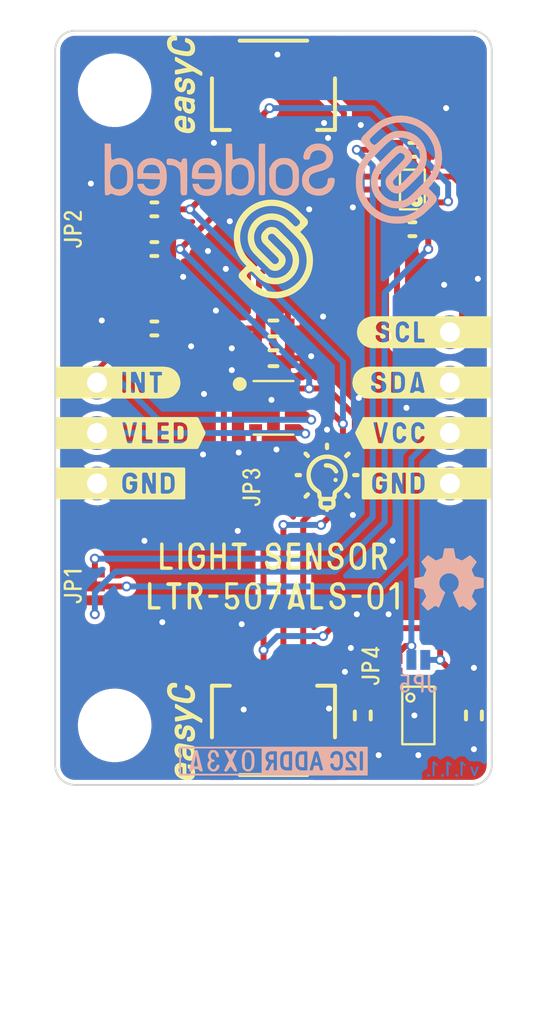
<source format=kicad_pcb>
(kicad_pcb (version 20210623) (generator pcbnew)
  (layers (0 "F.Cu" signal) (31 "B.Cu" signal) (34 "B.Paste" user) (35 "F.Paste" user) (36 "B.SilkS" user "B.Silkscreen") (37 "F.SilkS" user "F.Silkscreen") (38 "B.Mask" user) (39 "F.Mask" user) (44 "Edge.Cuts" user))
  (net 0 "")
  (net 1 "GND")
  (net 2 "3V3")
  (net 3 "Net-(C3-Pad2)")
  (net 4 "SCL_PULL5")
  (net 5 "5V")
  (net 6 "SDA_PULL5")
  (net 7 "SCL_PULL3,3")
  (net 8 "SDA_PULL3,3")
  (net 9 "SEL")
  (net 10 "VLED")
  (net 11 "INT")
  (net 12 "SCL3,3")
  (net 13 "SDA3,3")
  (net 14 "SDA5")
  (net 15 "SCL5")
  (footprint "e-radionica.com footprinti:0603C" (layer "F.Cu") (at 105.5 146.5 90)
    (fp_text reference "C3")
    (fp_text value "2.2uF")
    (pad "1" smd rect locked (at -0.73 0 90) (size 0.66 1) (layers "F.Cu" "F.Paste" "F.Mask") (net 1 "GND"))
    (pad "2" smd rect locked (at 0.73 0 90) (size 0.66 1) (layers "F.Cu" "F.Paste" "F.Mask") (net 3 "Net-(C3-Pad2)"))
  )
  (footprint "e-radionica.com footprinti:easyC-connector" (layer "F.Cu") (at 101 146.7 180)
    (fp_text reference "K4")
    (fp_text value "easyC-SMD")
    (pad "1" smd rect locked (at -1.5 2.15 180) (size 0.6 1.55) (layers "F.Cu" "F.Paste" "F.Mask") (net 12 "SCL3,3"))
    (pad "2" smd rect locked (at -0.5 2.15 180) (size 0.6 1.55) (layers "F.Cu" "F.Paste" "F.Mask") (net 13 "SDA3,3"))
    (pad "3" smd rect locked (at 0.5 2.15 180) (size 0.6 1.55) (layers "F.Cu" "F.Paste" "F.Mask") (net 2 "3V3"))
    (pad "4" smd rect locked (at 1.5 2.15 180) (size 0.6 1.55) (layers "F.Cu" "F.Paste" "F.Mask") (net 1 "GND"))
    (pad "5" smd rect locked (at -2.6 -2.15 180) (size 1.2 1.8) (layers "F.Cu" "F.Paste" "F.Mask") (net 1 "GND"))
    (pad "5" smd rect locked (at 2.6 -2.15 180) (size 1.2 1.8) (layers "F.Cu" "F.Paste" "F.Mask") (net 1 "GND"))
  )
  (footprint "Soldered Graphics:Logo-Back-OSH-3.5mm" (layer "F.Cu") (at 109.85 139.65)
    (fp_text reference "G***" hide)
    (fp_text value "LOGO" hide)
  )
  (footprint "e-radionica.com footprinti:0603C" (layer "F.Cu") (at 101 128.5 180)
    (fp_text reference "C2")
    (fp_text value "100n")
    (pad "1" smd rect locked (at -0.73 0 180) (size 0.66 1) (layers "F.Cu" "F.Paste" "F.Mask") (net 1 "GND"))
    (pad "2" smd rect locked (at 0.73 0 180) (size 0.66 1) (layers "F.Cu" "F.Paste" "F.Mask") (net 2 "3V3"))
  )
  (footprint "e-radionica.com footprinti:0603C" (layer "F.Cu") (at 111.1 146.5 90)
    (fp_text reference "C4")
    (fp_text value "2.2uF")
    (pad "1" smd rect locked (at -0.73 0 90) (size 0.66 1) (layers "F.Cu" "F.Paste" "F.Mask") (net 1 "GND"))
    (pad "2" smd rect locked (at 0.73 0 90) (size 0.66 1) (layers "F.Cu" "F.Paste" "F.Mask") (net 2 "3V3"))
  )
  (footprint "e-radionica.com footprinti:SMD_JUMPER_3_PAD_TRACE" (layer "F.Cu") (at 92 140 -90)
    (fp_text reference "JP1")
    (fp_text value "SMD_JUMPER_3_PAD_TRACE")
    (fp_poly (pts (xy -0.25 0.05) (xy -0.45 0.05) (xy -0.45 -0.05) (xy -0.25 -0.05)) (layer "F.Cu") (width 0.1) (fill solid))
    (fp_poly (pts (xy 0.45 0.05) (xy 0.25 0.05) (xy 0.25 -0.05) (xy 0.45 -0.05)) (layer "F.Cu") (width 0.1) (fill solid))
    (pad "1" smd rect (at -0.7 0 90) (size 0.5 1) (layers "F.Cu" "F.Mask") (net 4 "SCL_PULL5"))
    (pad "2" smd custom (at 0 0 90) (size 0.5 1) (layers "F.Cu" "F.Mask") (net 5 "5V") (options (clearance outline) (anchor rect)) (primitives))
    (pad "3" smd rect (at 0.7 0 90) (size 0.5 1) (layers "F.Cu" "F.Mask") (net 6 "SDA_PULL5"))
  )
  (footprint "Soldered Graphics:Logo-Front-easyC-5mm" (layer "F.Cu") (at 96.5 114.7 90)
    (fp_text reference "G***" hide)
    (fp_text value "LOGO" hide)
  )
  (footprint "Soldered Graphics:Logo-Back-SolderedFULL-17mm" (layer "F.Cu") (at 101 119)
    (fp_text reference "REF**" hide)
    (fp_text value "Logo-Front-SolderedFULL-17mm" hide)
  )
  (footprint "e-radionica.com footprinti:FIDUCIAL_23" (layer "F.Cu") (at 109.8 113.9)
    (fp_text reference "FD1")
    (fp_text value "FIDUCIAL")
    (fp_circle (center 0 0) (end 1 0) (layer "F.Cu") (width 0.2) (fill none))
    (pad "1" smd circle (at 0 0) (size 1 1) (layers "F.Cu" "F.Paste" "F.Mask") (clearance 1.1))
  )
  (footprint "buzzardLabel" (layer "F.Cu") (at 101 138.5)
    (fp_text reference "" (at 0 0) (layer "F.SilkS") (effects (font (size 1.27 1.27))))
    (fp_text value "" (at 0 0) (layer "F.SilkS") (effects (font (size 1.27 1.27))))
  )
  (footprint "e-radionica.com footprinti:HOLE_3.2mm" (layer "F.Cu") (at 93 115)
    (fp_text reference "H2" hide)
    (fp_text value "HOLE_3.2mm" hide)
    (pad "" np_thru_hole circle locked (at 0 0) (size 3.2 3.2) (drill 3.2) (layers F&B.Cu *.Mask))
  )
  (footprint "buzzardLabel" (layer "F.Cu") (at 112.4 129.73)
    (fp_text reference "" (at 0 0) (layer "F.SilkS") (effects (font (size 1.27 1.27))))
    (fp_text value "" (at 0 0) (layer "F.SilkS") (effects (font (size 1.27 1.27))))
  )
  (footprint "buzzardLabel" (layer "F.Cu") (at 112.4 132.27)
    (fp_text reference "" (at 0 0) (layer "F.SilkS") (effects (font (size 1.27 1.27))))
    (fp_text value "" (at 0 0) (layer "F.SilkS") (effects (font (size 1.27 1.27))))
  )
  (footprint "e-radionica.com footprinti:LTR-507ALS-01" (layer "F.Cu") (at 101 131)
    (fp_text reference "U2")
    (fp_text value "LTR-507ALS-01")
    (pad "1" smd rect (at -0.9 -0.975) (size 0.65 0.3) (layers "F.Cu" "F.Paste" "F.Mask") (net 2 "3V3"))
    (pad "2" smd rect (at -0.9 -0.325) (size 0.65 0.3) (layers "F.Cu" "F.Paste" "F.Mask") (net 1 "GND"))
    (pad "3" smd rect (at -0.9 0.325) (size 0.65 0.3) (layers "F.Cu" "F.Paste" "F.Mask") (net 1 "GND"))
    (pad "4" smd rect (at -0.9 0.975) (size 0.65 0.3) (layers "F.Cu" "F.Paste" "F.Mask") (net 9 "SEL"))
    (pad "5" smd rect (at 0.9 0.975) (size 0.65 0.3) (layers "F.Cu" "F.Paste" "F.Mask") (net 10 "VLED"))
    (pad "6" smd rect (at 0.9 0.325) (size 0.65 0.3) (layers "F.Cu" "F.Paste" "F.Mask") (net 11 "INT"))
    (pad "7" smd rect (at 0.9 -0.325) (size 0.65 0.3) (layers "F.Cu" "F.Paste" "F.Mask") (net 12 "SCL3,3"))
    (pad "8" smd rect (at 0.9 -0.975) (size 0.65 0.3) (layers "F.Cu" "F.Paste" "F.Mask") (net 13 "SDA3,3"))
  )
  (footprint "buzzardLabel" (layer "F.Cu") (at 101 140.5)
    (fp_text reference "" (at 0 0) (layer "F.SilkS") (effects (font (size 1.27 1.27))))
    (fp_text value "" (at 0 0) (layer "F.SilkS") (effects (font (size 1.27 1.27))))
  )
  (footprint "Soldered Graphics:Logo-Front-Soldered-5mm" (layer "F.Cu") (at 101 123)
    (fp_text reference "G***" hide)
    (fp_text value "LOGO" hide)
  )
  (footprint "e-radionica.com footprinti:0603R" (layer "F.Cu") (at 95 121 180)
    (fp_text reference "R4")
    (fp_text value "10k")
    (pad "1" smd rect locked (at -0.775 0 270) (size 1 0.64) (layers "F.Cu" "F.Paste" "F.Mask") (net 12 "SCL3,3"))
    (pad "2" smd rect locked (at 0.775 0 270) (size 1 0.64) (layers "F.Cu" "F.Paste" "F.Mask") (net 7 "SCL_PULL3,3"))
  )
  (footprint "e-radionica.com footprinti:0603R" (layer "F.Cu") (at 108 118)
    (fp_text reference "R2")
    (fp_text value "10k")
    (pad "1" smd rect locked (at -0.775 0 90) (size 1 0.64) (layers "F.Cu" "F.Paste" "F.Mask") (net 4 "SCL_PULL5"))
    (pad "2" smd rect locked (at 0.775 0 90) (size 1 0.64) (layers "F.Cu" "F.Paste" "F.Mask") (net 15 "SCL5"))
  )
  (footprint "e-radionica.com footprinti:SMD-JUMPER-CONNECTED_TRACE_SLODERMASK" (layer "F.Cu") (at 107 144 90)
    (fp_text reference "JP4")
    (fp_text value "SMD-JUMPER-CONNECTED_TRACE_SLODERMASK")
    (fp_poly (pts (xy 0.1 0.1) (xy -0.1 0.1) (xy -0.1 -0.1) (xy 0.1 -0.1)) (layer "F.Cu") (width 0.1) (fill solid))
    (pad "1" smd rect (at -0.35 0 90) (size 0.5 1) (layers "F.Cu" "F.Mask") (net 3 "Net-(C3-Pad2)"))
    (pad "2" smd rect (at 0.35 0 90) (size 0.5 1) (layers "F.Cu" "F.Mask") (net 5 "5V"))
  )
  (footprint "buzzardLabel" (layer "F.Cu") (at 112.4 134.81)
    (fp_text reference "" (at 0 0) (layer "F.SilkS") (effects (font (size 1.27 1.27))))
    (fp_text value "" (at 0 0) (layer "F.SilkS") (effects (font (size 1.27 1.27))))
  )
  (footprint "e-radionica.com footprinti:SMD_JUMPER_3_PAD_CONNECTED_RIGHT" (layer "F.Cu") (at 101 135 90)
    (fp_text reference "JP3")
    (fp_text value "JUMPER_3_RIGHT")
    (pad "1" smd rect (at -0.7 0 270) (size 0.5 1) (layers "F.Cu" "F.Mask") (net 2 "3V3"))
    (pad "2" smd rect (at 0 0 270) (size 0.5 1) (layers "F.Cu" "F.Paste" "F.Mask") (net 9 "SEL"))
    (pad "3" smd rect (at 0.7 0 270) (size 0.5 1) (layers "F.Cu" "F.Paste" "F.Mask") (net 1 "GND"))
  )
  (footprint "buzzardLabel" (layer "F.Cu") (at 112.4 127.19)
    (fp_text reference "" (at 0 0) (layer "F.SilkS") (effects (font (size 1.27 1.27))))
    (fp_text value "" (at 0 0) (layer "F.SilkS") (effects (font (size 1.27 1.27))))
  )
  (footprint "e-radionica.com footprinti:0603C" (layer "F.Cu") (at 101 127 180)
    (fp_text reference "C1")
    (fp_text value "4u7")
    (pad "1" smd rect locked (at -0.73 0 180) (size 0.66 1) (layers "F.Cu" "F.Paste" "F.Mask") (net 1 "GND"))
    (pad "2" smd rect locked (at 0.73 0 180) (size 0.66 1) (layers "F.Cu" "F.Paste" "F.Mask") (net 2 "3V3"))
  )
  (footprint "e-radionica.com footprinti:SOT-23-5" (layer "F.Cu") (at 108.3 146.5)
    (fp_text reference "U3")
    (fp_text value "SE5218")
    (pad "1" smd rect (at -1.3 -0.95) (size 1.1 0.6) (layers "F.Cu" "F.Paste" "F.Mask") (net 3 "Net-(C3-Pad2)"))
    (pad "2" smd rect (at -1.3 0) (size 1.1 0.6) (layers "F.Cu" "F.Paste" "F.Mask") (net 1 "GND"))
    (pad "3" smd rect (at -1.3 0.95) (size 1.1 0.6) (layers "F.Cu" "F.Paste" "F.Mask") (net 3 "Net-(C3-Pad2)"))
    (pad "4" smd rect (at 1.3 0.95) (size 1.1 0.6) (layers "F.Cu" "F.Paste" "F.Mask"))
    (pad "5" smd rect (at 1.3 -0.95) (size 1.1 0.6) (layers "F.Cu" "F.Paste" "F.Mask") (net 2 "3V3"))
  )
  (footprint "buzzardLabel" (layer "F.Cu") (at 89.6 129.73)
    (fp_text reference "" (at 0 0) (layer "F.SilkS") (effects (font (size 1.27 1.27))))
    (fp_text value "" (at 0 0) (layer "F.SilkS") (effects (font (size 1.27 1.27))))
  )
  (footprint "e-radionica.com footprinti:SMD_JUMPER_3_PAD_TRACE" (layer "F.Cu") (at 92 122 -90)
    (fp_text reference "JP2")
    (fp_text value "SMD_JUMPER_3_PAD_TRACE")
    (fp_poly (pts (xy -0.25 0.05) (xy -0.45 0.05) (xy -0.45 -0.05) (xy -0.25 -0.05)) (layer "F.Cu") (width 0.1) (fill solid))
    (fp_poly (pts (xy 0.45 0.05) (xy 0.25 0.05) (xy 0.25 -0.05) (xy 0.45 -0.05)) (layer "F.Cu") (width 0.1) (fill solid))
    (pad "1" smd rect (at -0.7 0 90) (size 0.5 1) (layers "F.Cu" "F.Mask") (net 7 "SCL_PULL3,3"))
    (pad "2" smd custom (at 0 0 90) (size 0.5 1) (layers "F.Cu" "F.Mask") (net 2 "3V3") (options (clearance outline) (anchor rect)) (primitives))
    (pad "3" smd rect (at 0.7 0 90) (size 0.5 1) (layers "F.Cu" "F.Mask") (net 8 "SDA_PULL3,3"))
  )
  (footprint "buzzardLabel" (layer "F.Cu") (at 89.6 134.81)
    (fp_text reference "" (at 0 0) (layer "F.SilkS") (effects (font (size 1.27 1.27))))
    (fp_text value "" (at 0 0) (layer "F.SilkS") (effects (font (size 1.27 1.27))))
  )
  (footprint "e-radionica.com footprinti:0603R" (layer "F.Cu") (at 108 122)
    (fp_text reference "R3")
    (fp_text value "10k")
    (pad "1" smd rect locked (at -0.775 0 90) (size 1 0.64) (layers "F.Cu" "F.Paste" "F.Mask") (net 14 "SDA5"))
    (pad "2" smd rect locked (at 0.775 0 90) (size 1 0.64) (layers "F.Cu" "F.Paste" "F.Mask") (net 6 "SDA_PULL5"))
  )
  (footprint "Soldered Graphics:Logo-Front-easyC-5mm" (layer "F.Cu") (at 96.5 147.3 90)
    (fp_text reference "G***" hide)
    (fp_text value "LOGO" hide)
  )
  (footprint "e-radionica.com footprinti:0603R" (layer "F.Cu") (at 95 127 180)
    (fp_text reference "R5")
    (fp_text value "10k")
    (pad "1" smd rect locked (at -0.775 0 270) (size 1 0.64) (layers "F.Cu" "F.Paste" "F.Mask") (net 2 "3V3"))
    (pad "2" smd rect locked (at 0.775 0 270) (size 1 0.64) (layers "F.Cu" "F.Paste" "F.Mask") (net 11 "INT"))
  )
  (footprint "buzzardLabel" (layer "F.Cu") (at 89.6 132.27)
    (fp_text reference "" (at 0 0) (layer "F.SilkS") (effects (font (size 1.27 1.27))))
    (fp_text value "" (at 0 0) (layer "F.SilkS") (effects (font (size 1.27 1.27))))
  )
  (footprint "buzzardLabel" (layer "F.Cu") (at 99.9 135 90)
    (fp_text reference "" (at 0 0 90) (layer "F.SilkS") (effects (font (size 1.27 1.27))))
    (fp_text value "" (at 0 0 90) (layer "F.SilkS") (effects (font (size 1.27 1.27))))
  )
  (footprint "e-radionica.com footprinti:0603R" (layer "F.Cu") (at 95 123)
    (fp_text reference "R1")
    (fp_text value "10k")
    (pad "1" smd rect locked (at -0.775 0 90) (size 1 0.64) (layers "F.Cu" "F.Paste" "F.Mask") (net 8 "SDA_PULL3,3"))
    (pad "2" smd rect locked (at 0.775 0 90) (size 1 0.64) (layers "F.Cu" "F.Paste" "F.Mask") (net 13 "SDA3,3"))
  )
  (footprint "Soldered Graphics:Symbol-Front-Light" (layer "F.Cu") (at 103.7 134.5)
    (fp_text reference "G***" hide)
    (fp_text value "LOGO" hide)
  )
  (footprint "buzzardLabel" (layer "F.Cu") (at 90.9 140 90)
    (fp_text reference "" (at 0 0 90) (layer "F.SilkS") (effects (font (size 1.27 1.27))))
    (fp_text value "" (at 0 0 90) (layer "F.SilkS") (effects (font (size 1.27 1.27))))
  )
  (footprint "buzzardLabel" (layer "F.Cu") (at 105.9 144 90)
    (fp_text reference "" (at 0 0 90) (layer "F.SilkS") (effects (font (size 1.27 1.27))))
    (fp_text value "" (at 0 0 90) (layer "F.SilkS") (effects (font (size 1.27 1.27))))
  )
  (footprint "buzzardLabel" (layer "F.Cu") (at 90.9 122 90)
    (fp_text reference "" (at 0 0 90) (layer "F.SilkS") (effects (font (size 1.27 1.27))))
    (fp_text value "" (at 0 0 90) (layer "F.SilkS") (effects (font (size 1.27 1.27))))
  )
  (footprint "e-radionica.com footprinti:easyC-connector" (layer "F.Cu") (at 101 115.3)
    (fp_text reference "K2")
    (fp_text value "easyC-SMD")
    (pad "1" smd rect locked (at -1.5 2.15) (size 0.6 1.55) (layers "F.Cu" "F.Paste" "F.Mask") (net 12 "SCL3,3"))
    (pad "2" smd rect locked (at -0.5 2.15) (size 0.6 1.55) (layers "F.Cu" "F.Paste" "F.Mask") (net 13 "SDA3,3"))
    (pad "3" smd rect locked (at 0.5 2.15) (size 0.6 1.55) (layers "F.Cu" "F.Paste" "F.Mask") (net 2 "3V3"))
    (pad "4" smd rect locked (at 1.5 2.15) (size 0.6 1.55) (layers "F.Cu" "F.Paste" "F.Mask") (net 1 "GND"))
    (pad "5" smd rect locked (at -2.6 -2.15) (size 1.2 1.8) (layers "F.Cu" "F.Paste" "F.Mask") (net 1 "GND"))
    (pad "5" smd rect locked (at 2.6 -2.15) (size 1.2 1.8) (layers "F.Cu" "F.Paste" "F.Mask") (net 1 "GND"))
  )
  (footprint "e-radionica.com footprinti:SOT-363" (layer "F.Cu") (at 108 120 180)
    (fp_text reference "U1")
    (fp_text value "NMOS-DUAL")
    (pad "1" smd rect (at -0.92 -0.65 270) (size 0.3 0.66) (layers "F.Cu" "F.Paste" "F.Mask") (net 13 "SDA3,3"))
    (pad "2" smd rect (at -0.92 0 270) (size 0.3 0.66) (layers "F.Cu" "F.Paste" "F.Mask") (net 2 "3V3"))
    (pad "3" smd rect (at -0.92 0.65 270) (size 0.3 0.66) (layers "F.Cu" "F.Paste" "F.Mask") (net 15 "SCL5"))
    (pad "4" smd rect (at 0.92 0.65 270) (size 0.3 0.66) (layers "F.Cu" "F.Paste" "F.Mask") (net 12 "SCL3,3"))
    (pad "5" smd rect (at 0.92 0 270) (size 0.3 0.66) (layers "F.Cu" "F.Paste" "F.Mask") (net 2 "3V3"))
    (pad "6" smd rect (at 0.92 -0.65 270) (size 0.3 0.66) (layers "F.Cu" "F.Paste" "F.Mask") (net 14 "SDA5"))
  )
  (footprint "e-radionica.com footprinti:HOLE_3.2mm" (layer "F.Cu") (at 93 147)
    (fp_text reference "H1" hide)
    (fp_text value "HOLE_3.2mm" hide)
    (pad "" np_thru_hole circle locked (at 0 0) (size 3.2 3.2) (drill 3.2) (layers F&B.Cu *.Mask))
  )
  (footprint "e-radionica.com footprinti:SMD_JUMPER" (layer "B.Cu") (at 108.3 143.7)
    (fp_text reference "JP5")
    (fp_text value "SMD_JUMPER")
    (pad "1" smd rect (at -0.35 0) (size 0.5 1) (layers "B.Cu" "B.Mask") (net 5 "5V"))
    (pad "2" smd rect (at 0.35 0) (size 0.5 1) (layers "B.Cu" "B.Mask") (net 2 "3V3"))
  )
  (footprint "Soldered Graphics:Version1.1.1." (layer "B.Cu") (at 110 149.2 180)
    (fp_text reference "REF**" hide)
    (fp_text value "Version1.1.1." hide)
    (fp_poly (pts (xy -0.5 -0.35) (xy -0.44 -0.35) (xy -0.43 -0.31) (xy -0.43 0.35) (xy -0.46 0.38) (xy -0.52 0.38) (xy -0.55 0.34) (xy -0.67 0.22) (xy -0.68 0.17) (xy -0.65 0.16) (xy -0.56 0.22) (xy -0.52 0.23) (xy -0.52 -0.31) (xy -0.5 -0.35)) (layer "B.Cu") (width 0.01) (fill solid))
    (fp_poly (pts (xy 0.91 -0.35) (xy 0.96 -0.35) (xy 0.98 -0.31) (xy 0.98 0.35) (xy 0.95 0.38) (xy 0.89 0.38) (xy 0.86 0.34) (xy 0.74 0.22) (xy 0.73 0.17) (xy 0.76 0.16) (xy 0.85 0.22) (xy 0.89 0.23) (xy 0.89 -0.31) (xy 0.91 -0.35)) (layer "B.Cu") (width 0.01) (fill solid))
    (fp_poly (pts (xy -0.27 -0.38) (xy -0.22 -0.38) (xy -0.17 -0.37) (xy -0.16 -0.33) (xy -0.16 -0.27) (xy -0.21 -0.26) (xy -0.26 -0.26) (xy -0.29 -0.29) (xy -0.29 -0.34) (xy -0.27 -0.38)) (layer "B.Cu") (width 0.01) (fill solid))
    (fp_poly (pts (xy 0.43 -0.38) (xy 0.48 -0.38) (xy 0.54 -0.37) (xy 0.54 -0.33) (xy 0.54 -0.27) (xy 0.5 -0.26) (xy 0.45 -0.26) (xy 0.42 -0.29) (xy 0.42 -0.34) (xy 0.43 -0.38)) (layer "B.Cu") (width 0.01) (fill solid))
    (fp_poly (pts (xy 1.14 -0.38) (xy 1.19 -0.38) (xy 1.24 -0.37) (xy 1.25 -0.33) (xy 1.25 -0.27) (xy 1.2 -0.26) (xy 1.15 -0.26) (xy 1.12 -0.29) (xy 1.12 -0.34) (xy 1.14 -0.38)) (layer "B.Cu") (width 0.01) (fill solid))
    (fp_poly (pts (xy -1.15 -0.35) (xy -1.1 -0.35) (xy -1.07 -0.31) (xy -0.92 0.1) (xy -0.94 0.13) (xy -0.99 0.13) (xy -1.02 0.1) (xy -1.11 -0.16) (xy -1.13 -0.21) (xy -1.15 -0.17) (xy -1.24 0.09) (xy -1.26 0.13) (xy -1.32 0.13) (xy -1.34 0.1) (xy -1.18 -0.31) (xy -1.15 -0.35)) (layer "B.Cu") (width 0.01) (fill solid))
    (fp_poly (pts (xy 0.21 -0.35) (xy 0.26 -0.35) (xy 0.28 -0.31) (xy 0.28 0.35) (xy 0.24 0.38) (xy 0.19 0.38) (xy 0.15 0.34) (xy 0.04 0.22) (xy 0.02 0.17) (xy 0.05 0.16) (xy 0.14 0.22) (xy 0.18 0.23) (xy 0.18 -0.31) (xy 0.21 -0.35)) (layer "B.Cu") (width 0.01) (fill solid))
  )
  (footprint "e-radionica.com footprinti:HEADER_MALE_4X1" (layer "B.Cu") (at 109.89 131 90)
    (fp_text reference "K3")
    (fp_text value "HEADER_MALE_4X1")
    (pad "1" thru_hole circle locked (at -3.81 0 90) (size 1.7 1.7) (drill 1) (layers *.Cu *.Mask) (net 1 "GND"))
    (pad "2" thru_hole circle locked (at -1.27 0 90) (size 1.7 1.7) (drill 1) (layers *.Cu *.Mask) (net 5 "5V"))
    (pad "3" thru_hole circle locked (at 1.27 0 90) (size 1.7 1.7) (drill 1) (layers *.Cu *.Mask) (net 14 "SDA5"))
    (pad "4" thru_hole circle locked (at 3.81 0 90) (size 1.7 1.7) (drill 1) (layers *.Cu *.Mask) (net 15 "SCL5"))
  )
  (footprint "e-radionica.com footprinti:HEADER_MALE_3X1" (layer "B.Cu") (at 92.11 132.27 90)
    (fp_text reference "K1")
    (fp_text value "HEADER_MALE_3X1")
    (pad "1" thru_hole circle locked (at -2.54 0 90) (size 1.7 1.7) (drill 1) (layers *.Cu *.Mask) (net 1 "GND"))
    (pad "2" thru_hole circle locked (at 0 0 90) (size 1.7 1.7) (drill 1) (layers *.Cu *.Mask) (net 10 "VLED"))
    (pad "3" thru_hole circle locked (at 2.54 0 90) (size 1.7 1.7) (drill 1) (layers *.Cu *.Mask) (net 11 "INT"))
  )
  (footprint "buzzardLabel" (layer "B.Cu") (at 108.3 144.9 180)
    (fp_text reference "" (at 0 0) (layer "B.SilkS") (effects (font (size 1.27 1.27)) (justify mirror)))
    (fp_text value "" (at 0 0) (layer "B.SilkS") (effects (font (size 1.27 1.27)) (justify mirror)))
  )
  (footprint "Soldered Graphics:Symbol-Front-I2C-ADDR-Field" (layer "B.Cu") (at 101 148.8 180)
    (fp_text reference "REF**" hide)
    (fp_text value "Symbol-Front-I2C-ADDR-Field" hide)
  )
  (footprint "buzzardLabel" (layer "B.Cu") (at 98.4 148.8 180)
    (fp_text reference "" (at 0 0) (layer "B.SilkS") (effects (font (size 1.27 1.27)) (justify mirror)))
    (fp_text value "" (at 0 0) (layer "B.SilkS") (effects (font (size 1.27 1.27)) (justify mirror)))
  )
  (gr_line (start 112 113) (end 112 149) (layer "Edge.Cuts") (width 0.1))
  (gr_arc (start 111 113) (end 111 112) (angle 90) (layer "Edge.Cuts") (width 0.1))
  (gr_line (start 90 149) (end 90 113) (layer "Edge.Cuts") (width 0.1))
  (gr_line (start 91 112) (end 111 112) (layer "Edge.Cuts") (width 0.1))
  (gr_arc (start 91 113) (end 91 112) (angle -90) (layer "Edge.Cuts") (width 0.1))
  (gr_line (start 111 150) (end 91 150) (layer "Edge.Cuts") (width 0.1))
  (gr_arc (start 111 149) (end 111 150) (angle -90) (layer "Edge.Cuts") (width 0.1))
  (gr_arc (start 91 149) (end 91 150) (angle 90) (layer "Edge.Cuts") (width 0.1))
  (via (at 99.25 133.25) (size 0.5) (drill 0.3) (layers "F.Cu" "B.Cu") (net 1))
  (via (at 100.9 130.6) (size 0.5) (drill 0.3) (layers "F.Cu" "B.Cu") (net 1))
  (via (at 108.3 148.5) (size 0.5) (drill 0.3) (layers "F.Cu" "B.Cu") (net 1))
  (via (at 103.8 146.15) (size 0.5) (drill 0.3) (layers "F.Cu" "B.Cu") (net 1))
  (via (at 109.7 115.9) (size 0.5) (drill 0.3) (layers "F.Cu" "B.Cu") (net 1))
  (via (at 103.7 132.1) (size 0.5) (drill 0.3) (layers "F.Cu" "B.Cu") (net 1))
  (via (at 97.5 130.3) (size 0.5) (drill 0.3) (layers "F.Cu" "B.Cu") (net 1))
  (via (at 111.3 124.5) (size 0.5) (drill 0.3) (layers "F.Cu" "B.Cu") (net 1))
  (via (at 91.8 119.7) (size 0.5) (drill 0.3) (layers "F.Cu" "B.Cu") (net 1))
  (via (at 105 120.9) (size 0.5) (drill 0.3) (layers "F.Cu" "B.Cu") (net 1))
  (via (at 111.1 144.1) (size 0.5) (drill 0.3) (layers "F.Cu" "B.Cu") (net 1))
  (via (at 102.9 128.4) (size 0.5) (drill 0.3) (layers "F.Cu" "B.Cu") (net 1))
  (via (at 105.2 141.4) (size 0.5) (drill 0.3) (layers "F.Cu" "B.Cu") (net 1))
  (via (at 98.6 124) (size 0.5) (drill 0.3) (layers "F.Cu" "B.Cu") (net 1))
  (via (at 108.1 146.5) (size 0.5) (drill 0.3) (layers "F.Cu" "B.Cu") (net 1))
  (via (at 92.35 126.6) (size 0.5) (drill 0.3) (layers "F.Cu" "B.Cu") (net 1))
  (via (at 103.75 117.4) (size 0.5) (drill 0.3) (layers "F.Cu" "B.Cu") (net 1))
  (via (at 98.8 121.6) (size 0.5) (drill 0.3) (layers "F.Cu" "B.Cu") (net 1))
  (via (at 103.5 126.4) (size 0.5) (drill 0.3) (layers "F.Cu" "B.Cu") (net 1))
  (via (at 95.4 141.8) (size 0.5) (drill 0.3) (layers "F.Cu" "B.Cu") (net 1))
  (via (at 105.4 116.75) (size 0.5) (drill 0.3) (layers "F.Cu" "B.Cu") (net 1))
  (via (at 105.3 130.5) (size 0.5) (drill 0.3) (layers "F.Cu" "B.Cu") (net 1))
  (via (at 104.9 143.1) (size 0.5) (drill 0.3) (layers "F.Cu" "B.Cu") (net 1))
  (via (at 109.6 124.8) (size 0.5) (drill 0.3) (layers "F.Cu" "B.Cu") (net 1))
  (via (at 104.6 144.3) (size 0.5) (drill 0.3) (layers "F.Cu" "B.Cu") (net 1))
  (via (at 102.8 121) (size 0.5) (drill 0.3) (layers "F.Cu" "B.Cu") (net 1))
  (via (at 107.7 131) (size 0.5) (drill 0.3) (layers "F.Cu" "B.Cu") (net 1))
  (via (at 98.1 126.1) (size 0.5) (drill 0.3) (layers "F.Cu" "B.Cu") (net 1))
  (via (at 99.2 137.2) (size 0.5) (drill 0.3) (layers "F.Cu" "B.Cu") (net 1))
  (via (at 97.45 133.35) (size 0.5) (drill 0.3) (layers "F.Cu" "B.Cu") (net 1))
  (via (at 106.3 148.5) (size 0.5) (drill 0.3) (layers "F.Cu" "B.Cu") (net 1))
  (via (at 101.15 133.1) (size 0.5) (drill 0.3) (layers "F.Cu" "B.Cu") (net 1))
  (via (at 94.5 137.7) (size 0.5) (drill 0.3) (layers "F.Cu" "B.Cu") (net 1))
  (via (at 111.1 148.2) (size 0.5) (drill 0.3) (layers "F.Cu" "B.Cu") (net 1))
  (via (at 99.4 141.9) (size 0.5) (drill 0.3) (layers "F.Cu" "B.Cu") (net 1))
  (via (at 106.8 141.4) (size 0.5) (drill 0.3) (layers "F.Cu" "B.Cu") (net 1))
  (via (at 98.9 128) (size 0.5) (drill 0.3) (layers "F.Cu" "B.Cu") (net 1))
  (via (at 103.55 116.65) (size 0.5) (drill 0.3) (layers "F.Cu" "B.Cu") (net 1))
  (via (at 96.85 127.9) (size 0.5) (drill 0.3) (layers "F.Cu" "B.Cu") (net 1))
  (via (at 107 137.7) (size 0.5) (drill 0.3) (layers "F.Cu" "B.Cu") (net 1))
  (via (at 98 117.65) (size 0.5) (drill 0.3) (layers "F.Cu" "B.Cu") (net 1))
  (via (at 105 136.4) (size 0.5) (drill 0.3) (layers "F.Cu" "B.Cu") (net 1))
  (via (at 96.45 124.4) (size 0.5) (drill 0.3) (layers "F.Cu" "B.Cu") (net 1))
  (via (at 97.7 123.1) (size 0.5) (drill 0.3) (layers "F.Cu" "B.Cu") (net 1))
  (via (at 99.5 146.2) (size 0.5) (drill 0.3) (layers "F.Cu" "B.Cu") (net 1))
  (via (at 101.2 113.2) (size 0.5) (drill 0.3) (layers "F.Cu" "B.Cu") (net 1))
  (via (at 98.9 129.1) (size 0.5) (drill 0.3) (layers "F.Cu" "B.Cu") (net 1))
  (segment (start 100.5 143.2) (end 100.5 137.2) (width 0.3) (layer "F.Cu") (net 2))
  (segment (start 100.5 137.2) (end 100.5 136.2) (width 0.3) (layer "F.Cu") (net 2))
  (segment (start 99.275 130.025) (end 100.1 130.025) (width 0.3) (layer "F.Cu") (net 2))
  (segment (start 100.27 124.33) (end 101.5 123.1) (width 0.3) (layer "F.Cu") (net 2))
  (segment (start 95.775 126.175) (end 95.05 125.45) (width 0.3) (layer "F.Cu") (net 2))
  (segment (start 93.05 125.45) (end 90.8 123.2) (width 0.3) (layer "F.Cu") (net 2))
  (segment (start 111.1 145.77) (end 111.1 145.4) (width 0.3) (layer "F.Cu") (net 2))
  (segment (start 95.775 127) (end 100.27 127) (width 0.3) (layer "F.Cu") (net 2))
  (segment (start 100.27 127) (end 100.27 128.5) (width 0.3) (layer "F.Cu") (net 2))
  (segment (start 108.92 120) (end 107.08 120) (width 0.3) (layer "F.Cu") (net 2))
  (segment (start 108.7 142.1) (end 109.4 142.8) (width 0.3) (layer "F.Cu") (net 2))
  (segment (start 100.5 137.2) (end 98.5 135.2) (width 0.3) (layer "F.Cu") (net 2))
  (segment (start 91.246 122) (end 92 122) (width 0.3) (layer "F.Cu") (net 2))
  (segment (start 90.8 123.2) (end 90.8 122.446) (width 0.3) (layer "F.Cu") (net 2))
  (segment (start 98.5 135.2) (end 98.5 130.8) (width 0.3) (layer "F.Cu") (net 2))
  (segment (start 95.775 127) (end 95.775 126.175) (width 0.3) (layer "F.Cu") (net 2))
  (segment (start 100.27 126.23) (end 100.27 124.33) (width 0.3) (layer "F.Cu") (net 2))
  (segment (start 109.6 145.55) (end 110.88 145.55) (width 0.3) (layer "F.Cu") (net 2))
  (segment (start 95.05 125.45) (end 93.05 125.45) (width 0.3) (layer "F.Cu") (net 2))
  (segment (start 100.5 144.55) (end 100.5 143.2) (width 0.3) (layer "F.Cu") (net 2))
  (segment (start 109.4 142.8) (end 109.4 143.7) (width 0.3) (layer "F.Cu") (net 2))
  (segment (start 110.88 145.55) (end 111.1 145.77) (width 0.3) (layer "F.Cu") (net 2))
  (segment (start 98.5 130.8) (end 99.275 130.025) (width 0.3) (layer "F.Cu") (net 2))
  (segment (start 111.1 145.4) (end 109.4 143.7) (width 0.3) (layer "F.Cu") (net 2))
  (segment (start 103.9 142.1) (end 108.7 142.1) (width 0.3) (layer "F.Cu") (net 2))
  (segment (start 100.27 128.5) (end 100.27 129.855) (width 0.3) (layer "F.Cu") (net 2))
  (segment (start 101.5 118.8) (end 101.5 118.5) (width 0.3) (layer "F.Cu") (net 2))
  (segment (start 107.08 120) (end 102.7 120) (width 0.3) (layer "F.Cu") (net 2))
  (segment (start 100.5 136.2) (end 101 135.7) (width 0.3) (layer "F.Cu") (net 2))
  (segment (start 101.5 123.1) (end 101.5 118.5) (width 0.3) (layer "F.Cu") (net 2))
  (segment (start 100.27 129.855) (end 100.1 130.025) (width 0.3) (layer "F.Cu") (net 2))
  (segment (start 90.8 122.446) (end 91.246 122) (width 0.3) (layer "F.Cu") (net 2))
  (segment (start 103.5 142.5) (end 103.9 142.1) (width 0.3) (layer "F.Cu") (net 2))
  (segment (start 101.5 118.5) (end 101.5 117.45) (width 0.3) (layer "F.Cu") (net 2))
  (segment (start 102.7 120) (end 101.5 118.8) (width 0.3) (layer "F.Cu") (net 2))
  (segment (start 100.27 127) (end 100.27 126.23) (width 0.3) (layer "F.Cu") (net 2))
  (via (at 109.4 143.7) (size 0.5) (drill 0.3) (layers "F.Cu" "B.Cu") (net 2))
  (via (at 100.5 143.2) (size 0.5) (drill 0.3) (layers "F.Cu" "B.Cu") (net 2))
  (via (at 103.5 142.5) (size 0.5) (drill 0.3) (layers "F.Cu" "B.Cu") (net 2))
  (segment (start 101.2 142.5) (end 103.5 142.5) (width 0.3) (layer "B.Cu") (net 2))
  (segment (start 109.4 143.7) (end 108.65 143.7) (width 0.3) (layer "B.Cu") (net 2))
  (segment (start 100.5 143.2) (end 101.2 142.5) (width 0.3) (layer "B.Cu") (net 2))
  (segment (start 105.72 145.55) (end 105.5 145.77) (width 0.3) (layer "F.Cu") (net 3))
  (segment (start 108.8 146.8) (end 108.15 147.45) (width 0.3) (layer "F.Cu") (net 3))
  (segment (start 108.15 145.55) (end 108.8 146.2) (width 0.3) (layer "F.Cu") (net 3))
  (segment (start 107 145.55) (end 108.15 145.55) (width 0.3) (layer "F.Cu") (net 3))
  (segment (start 107 145.55) (end 107 144.35) (width 0.3) (layer "F.Cu") (net 3))
  (segment (start 107 145.55) (end 105.72 145.55) (width 0.3) (layer "F.Cu") (net 3))
  (segment (start 108.8 146.2) (end 108.8 146.8) (width 0.3) (layer "F.Cu") (net 3))
  (segment (start 108.15 147.45) (end 107 147.45) (width 0.3) (layer "F.Cu") (net 3))
  (segment (start 105.2 118) (end 107.225 118) (width 0.3) (layer "F.Cu") (net 4))
  (segment (start 92 139.3) (end 92 138.6) (width 0.3) (layer "F.Cu") (net 4))
  (via (at 92 138.6) (size 0.5) (drill 0.3) (layers "F.Cu" "B.Cu") (net 4))
  (via (at 105.2 118) (size 0.5) (drill 0.3) (layers "F.Cu" "B.Cu") (net 4))
  (segment (start 103.9 138.6) (end 92 138.6) (width 0.3) (layer "B.Cu") (net 4))
  (segment (start 106 118.8) (end 106 136.5) (width 0.3) (layer "B.Cu") (net 4))
  (segment (start 105.2 118) (end 106 118.8) (width 0.3) (layer "B.Cu") (net 4))
  (segment (start 106 136.5) (end 103.9 138.6) (width 0.3) (layer "B.Cu") (net 4))
  (segment (start 93.6 140) (end 92 140) (width 0.3) (layer "F.Cu") (net 5))
  (segment (start 107.95 143) (end 107.65 143) (width 0.3) (layer "F.Cu") (net 5))
  (segment (start 107.65 143) (end 107 143.65) (width 0.3) (layer "F.Cu") (net 5))
  (via (at 107.95 143) (size 0.5) (drill 0.3) (layers "F.Cu" "B.Cu") (net 5))
  (via (at 93.6 140) (size 0.5) (drill 0.3) (layers "F.Cu" "B.Cu") (net 5))
  (segment (start 107.95 143) (end 107.95 138.55) (width 0.3) (layer "B.Cu") (net 5))
  (segment (start 107.95 138.55) (end 107.95 133.55) (width 0.3) (layer "B.Cu") (net 5))
  (segment (start 107.95 143) (end 107.95 143.7) (width 0.3) (layer "B.Cu") (net 5))
  (segment (start 107.95 133.55) (end 109.23 132.27) (width 0.3) (layer "B.Cu") (net 5))
  (segment (start 109.23 132.27) (end 109.89 132.27) (width 0.3) (layer "B.Cu") (net 5))
  (segment (start 106.5 140) (end 107.95 138.55) (width 0.3) (layer "B.Cu") (net 5))
  (segment (start 93.6 140) (end 106.5 140) (width 0.3) (layer "B.Cu") (net 5))
  (segment (start 108.8 123) (end 108.8 122.025) (width 0.3) (layer "F.Cu") (net 6))
  (segment (start 108.8 122.025) (end 108.775 122) (width 0.3) (layer "F.Cu") (net 6))
  (segment (start 92 140.7) (end 92 141.4) (width 0.3) (layer "F.Cu") (net 6))
  (via (at 108.8 123) (size 0.5) (drill 0.3) (layers "F.Cu" "B.Cu") (net 6))
  (via (at 92 141.4) (size 0.5) (drill 0.3) (layers "F.Cu" "B.Cu") (net 6))
  (segment (start 92 141.4) (end 92 140.3) (width 0.3) (layer "B.Cu") (net 6))
  (segment (start 104.098327 139.251673) (end 106.6 136.75) (width 0.3) (layer "B.Cu") (net 6))
  (segment (start 92 140.3) (end 93.048327 139.251673) (width 0.3) (layer "B.Cu") (net 6))
  (segment (start 93.048327 139.251673) (end 104.098327 139.251673) (width 0.3) (layer "B.Cu") (net 6))
  (segment (start 106.6 136.75) (end 106.6 125.2) (width 0.3) (layer "B.Cu") (net 6))
  (segment (start 106.6 125.2) (end 108.8 123) (width 0.3) (layer "B.Cu") (net 6))
  (segment (start 93.2 121.3) (end 93.5 121) (width 0.3) (layer "F.Cu") (net 7))
  (segment (start 93.5 121) (end 94.225 121) (width 0.3) (layer "F.Cu") (net 7))
  (segment (start 92 121.3) (end 93.2 121.3) (width 0.3) (layer "F.Cu") (net 7))
  (segment (start 92 122.7) (end 93 122.7) (width 0.3) (layer "F.Cu") (net 8))
  (segment (start 93.3 123) (end 94.225 123) (width 0.3) (layer "F.Cu") (net 8))
  (segment (start 93 122.7) (end 93.3 123) (width 0.3) (layer "F.Cu") (net 8))
  (segment (start 100 134.749022) (end 100.250978 135) (width 0.3) (layer "F.Cu") (net 9))
  (segment (start 100.1 131.975) (end 100 132.075) (width 0.3) (layer "F.Cu") (net 9))
  (segment (start 100 132.075) (end 100 134.749022) (width 0.3) (layer "F.Cu") (net 9))
  (segment (start 100.250978 135) (end 101 135) (width 0.3) (layer "F.Cu") (net 9))
  (segment (start 102.6 132.3) (end 102.275 131.975) (width 0.3) (layer "F.Cu") (net 10))
  (segment (start 102.275 131.975) (end 101.9 131.975) (width 0.3) (layer "F.Cu") (net 10))
  (via (at 102.6 132.3) (size 0.5) (drill 0.3) (layers "F.Cu" "B.Cu") (net 10))
  (segment (start 102.57 132.27) (end 92.11 132.27) (width 0.3) (layer "B.Cu") (net 10))
  (segment (start 102.6 132.3) (end 102.57 132.27) (width 0.3) (layer "B.Cu") (net 10))
  (segment (start 92.11 129.09) (end 92.11 129.73) (width 0.254) (layer "F.Cu") (net 11))
  (segment (start 102.9 131.6) (end 102.625 131.325) (width 0.3) (layer "F.Cu") (net 11))
  (segment (start 94.075 127.155) (end 94.075 127.15) (width 0.3) (layer "F.Cu") (net 11))
  (segment (start 94.225 127) (end 94.2 127) (width 0.254) (layer "F.Cu") (net 11))
  (segment (start 94.2 127) (end 92.11 129.09) (width 0.254) (layer "F.Cu") (net 11))
  (segment (start 102.625 131.325) (end 101.9 131.325) (width 0.3) (layer "F.Cu") (net 11))
  (via (at 102.9 131.6) (size 0.5) (drill 0.3) (layers "F.Cu" "B.Cu") (net 11))
  (segment (start 93.33 129.73) (end 92.11 129.73) (width 0.3) (layer "B.Cu") (net 11))
  (segment (start 95.2 131.6) (end 93.33 129.73) (width 0.3) (layer "B.Cu") (net 11))
  (segment (start 102.9 131.6) (end 95.2 131.6) (width 0.3) (layer "B.Cu") (net 11))
  (segment (start 103.2 114.8) (end 100.5 114.8) (width 0.3) (layer "F.Cu") (net 12))
  (segment (start 104.5 131.8) (end 103.375 130.675) (width 0.3) (layer "F.Cu") (net 12))
  (segment (start 107.08 119.35) (end 105.15 119.35) (width 0.3) (layer "F.Cu") (net 12))
  (segment (start 100.5 114.8) (end 99.5 115.8) (width 0.3) (layer "F.Cu") (net 12))
  (segment (start 105.15 119.35) (end 104.55 118.75) (width 0.3) (layer "F.Cu") (net 12))
  (segment (start 104.55 116.15) (end 103.2 114.8) (width 0.3) (layer "F.Cu") (net 12))
  (segment (start 96.8 121) (end 99.5 118.3) (width 0.3) (layer "F.Cu") (net 12))
  (segment (start 104.5 131.8) (end 104.5 134.7) (width 0.3) (layer "F.Cu") (net 12))
  (segment (start 104.5 134.7) (end 102.5 136.7) (width 0.3) (layer "F.Cu") (net 12))
  (segment (start 99.5 118.3) (end 99.5 117.45) (width 0.3) (layer "F.Cu") (net 12))
  (segment (start 104.55 118.75) (end 104.55 116.15) (width 0.3) (layer "F.Cu") (net 12))
  (segment (start 95.775 121) (end 96.8 121) (width 0.3) (layer "F.Cu") (net 12))
  (segment (start 103.375 130.675) (end 101.9 130.675) (width 0.3) (layer "F.Cu") (net 12))
  (segment (start 102.5 136.7) (end 102.5 144.55) (width 0.3) (layer "F.Cu") (net 12))
  (segment (start 99.5 115.8) (end 99.5 117.45) (width 0.3) (layer "F.Cu") (net 12))
  (via (at 96.8 121) (size 0.5) (drill 0.3) (layers "F.Cu" "B.Cu") (net 12))
  (via (at 104.5 131.8) (size 0.5) (drill 0.3) (layers "F.Cu" "B.Cu") (net 12))
  (segment (start 104.5 128.7) (end 104.5 131.8) (width 0.3) (layer "B.Cu") (net 12))
  (segment (start 96.8 121) (end 104.5 128.7) (width 0.3) (layer "B.Cu") (net 12))
  (segment (start 101.5 136.9) (end 101.5 144.55) (width 0.3) (layer "F.Cu") (net 13))
  (segment (start 96.3 123) (end 100.5 118.8) (width 0.3) (layer "F.Cu") (net 13))
  (segment (start 100.5 117.45) (end 100.5 116.2) (width 0.3) (layer "F.Cu") (net 13))
  (segment (start 109.75 120.65) (end 108.92 120.65) (width 0.3) (layer "F.Cu") (net 13))
  (segment (start 100.5 116.2) (end 100.8 115.9) (width 0.3) (layer "F.Cu") (net 13))
  (segment (start 105.1 135.2) (end 105.1 131.4) (width 0.3) (layer "F.Cu") (net 13))
  (segment (start 109.8 120.6) (end 109.75 120.65) (width 0.3) (layer "F.Cu") (net 13))
  (segment (start 103.725 130.025) (end 101.9 130.025) (width 0.3) (layer "F.Cu") (net 13))
  (segment (start 105.1 131.4) (end 103.725 130.025) (width 0.3) (layer "F.Cu") (net 13))
  (segment (start 100.5 118.8) (end 100.5 117.45) (width 0.3) (layer "F.Cu") (net 13))
  (segment (start 95.775 123) (end 96.3 123) (width 0.3) (layer "F.Cu") (net 13))
  (segment (start 103.4 136.9) (end 105.1 135.2) (width 0.3) (layer "F.Cu") (net 13))
  (via (at 103.4 136.9) (size 0.5) (drill 0.3) (layers "F.Cu" "B.Cu") (net 13))
  (via (at 101.5 136.9) (size 0.5) (drill 0.3) (layers "F.Cu" "B.Cu") (net 13))
  (via (at 109.8 120.6) (size 0.5) (drill 0.3) (layers "F.Cu" "B.Cu") (net 13))
  (via (at 102.8 130.025) (size 0.5) (drill 0.3) (layers "F.Cu" "B.Cu") (net 13))
  (via (at 96.3 123) (size 0.5) (drill 0.3) (layers "F.Cu" "B.Cu") (net 13))
  (via (at 100.8 115.9) (size 0.5) (drill 0.3) (layers "F.Cu" "B.Cu") (net 13))
  (segment (start 101.5 136.9) (end 103.4 136.9) (width 0.3) (layer "B.Cu") (net 13))
  (segment (start 96.3 123) (end 102.8 129.5) (width 0.3) (layer "B.Cu") (net 13))
  (segment (start 102.8 129.5) (end 102.8 130.025) (width 0.3) (layer "B.Cu") (net 13))
  (segment (start 109.8 119.7) (end 106 115.9) (width 0.3) (layer "B.Cu") (net 13))
  (segment (start 106 115.9) (end 100.8 115.9) (width 0.3) (layer "B.Cu") (net 13))
  (segment (start 109.8 120.6) (end 109.8 119.7) (width 0.3) (layer "B.Cu") (net 13))
  (segment (start 107.225 122) (end 107.225 127.825) (width 0.3) (layer "F.Cu") (net 14))
  (segment (start 110.13 129.73) (end 110.5 129.73) (width 0.3) (layer "F.Cu") (net 14))
  (segment (start 107.08 121.855) (end 107.225 122) (width 0.3) (layer "F.Cu") (net 14))
  (segment (start 107.225 127.825) (end 109.13 129.73) (width 0.3) (layer "F.Cu") (net 14))
  (segment (start 107.08 120.65) (end 107.08 121.855) (width 0.3) (layer "F.Cu") (net 14))
  (segment (start 109.13 129.73) (end 109.89 129.73) (width 0.3) (layer "F.Cu") (net 14))
  (segment (start 108.775 119.205) (end 108.92 119.35) (width 0.3) (layer "F.Cu") (net 15))
  (segment (start 110.05 119.35) (end 108.92 119.35) (width 0.3) (layer "F.Cu") (net 15))
  (segment (start 110.5 126.58) (end 109.89 127.19) (width 0.3) (layer "F.Cu") (net 15))
  (segment (start 108.775 118) (end 108.775 119.205) (width 0.3) (layer "F.Cu") (net 15))
  (segment (start 110.5 119.8) (end 110.5 126.58) (width 0.3) (layer "F.Cu") (net 15))
  (segment (start 110.5 119.8) (end 110.05 119.35) (width 0.3) (layer "F.Cu") (net 15))
  (zone (net 1) (net_name "GND") (layers F&B.Cu) (connect_pads (clearance 0.254)) (min_thickness 0.254) (fill yes (thermal_gap 0.254) (thermal_bridge_width 0.3))
    (polygon (pts (xy 112 150) (xy 90 150) (xy 90 112) (xy 112 112)))
  )
)
</source>
